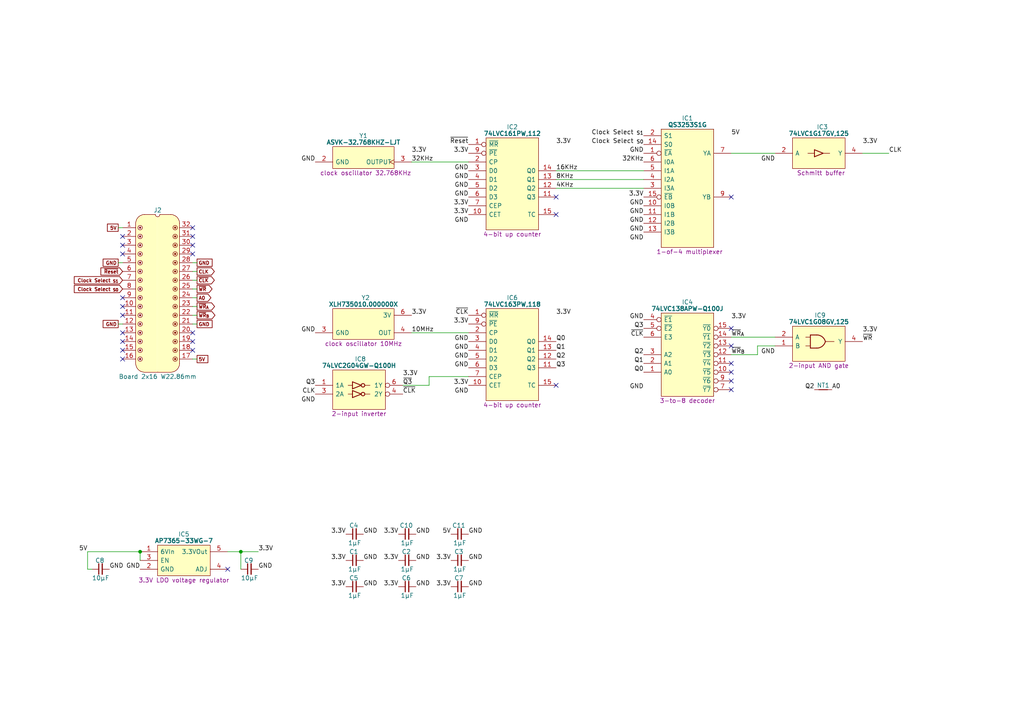
<source format=kicad_sch>
(kicad_sch (version 20250114) (generator "eeschema") (generator_version "9.0")
  (paper "A4")
  (title_block (title "Audio Clock") (date "2023-10-07") (rev "V0"))
  (lib_symbols
    (symbol "ABRACON:ASVK-32.768KHZ-LJT" (pin_names (offset 0.762))
      (property "Reference" "Y" (at 13.97 5.08 0))
      (property "Value" "ASVK-32.768KHZ-LJT" (at 13.97 3.175 0))
      (property "Description" "clock oscillator 32.768KHz" (at 14.605 -5.715 0))
      (symbol "ASVK-32.768KHZ-LJT_0_0"
        (pin no_connect line (at 0 0 0) (length 5.08) (hide yes) (name "N.C.") (number "1"))
        (pin passive line (at 0 -2.54 0) (length 5.08) (name "GND") (number "2"))
        (pin passive line (at 27.94 0 180) (length 5.08) (hide yes) (name "3V") (number "4"))
        (pin output clock (at 27.94 -2.54 180) (length 5.08) (name "OUTPUT") (number "3"))
      )
      (symbol "ASVK-32.768KHZ-LJT_0_1"
        (polyline (pts (xy 5.08 1.905) (xy 22.86 1.905) (xy 22.86 -4.445) (xy 5.08 -4.445) (xy 5.08 1.905)) (stroke (width 0.1524)) (fill (type background)))
      )
    )
    (symbol "Diodes_Inc:AP7365-33WG-7" (pin_names (offset 0.762))
      (property "Reference" "IC" (at 12.7 5.08 0))
      (property "Value" "AP7365-33WG-7" (at 12.7 3.175 0))
      (property "Description" "3.3V LDO voltage regulator" (at 12.7 -8.255 0))
      (symbol "AP7365-33WG-7_0_0"
        (pin input line (at 0 -2.54 0) (length 5.08) (name "EN") (number "3"))
        (pin passive line (at 0 -5.08 0) (length 5.08) (name "GND") (number "2"))
        (pin passive line (at 25.4 -5.08 180) (length 5.08) (name "ADJ") (number "4"))
      )
      (symbol "AP7365-33WG-7_0_1"
        (polyline (pts (xy 5.08 1.905) (xy 20.32 1.905) (xy 20.32 -6.985) (xy 5.08 -6.985) (xy 5.08 1.905)) (fill (type background)))
      )
      (symbol "AP7365-33WG-7_1_0"
        (pin passive line (at 0 0 0) (length 5.08) (name "6VIn") (number "1"))
        (pin passive line (at 25.4 0 180) (length 5.08) (name "3.3VOut") (number "5"))
      )
    )
    (symbol "HCP65:Board_02x16_W22.86mm" (pin_names (offset 1.016) (hide yes))
      (property "Reference" "J" (at 0 5.08 0))
      (property "Value" "Board 2x16 W22.86mm" (at 0 -43.18 0))
      (symbol "Board_02x16_W22.86mm_0_1"
        (polyline (pts (xy -6.35 1.27) (xy -6.35 -39.37)))
        (arc (start -3.8102 -41.9098) (mid -5.6063 -41.1659) (end -6.3502 -39.3698))
        (arc (start -6.35 1.27) (mid -5.6061 3.0661) (end -3.81 3.81))
        (polyline (pts (xy -3.81 3.81) (xy -0.635 3.81)))
        (arc (start 0.635 3.81) (mid 0 3.175) (end -0.635 3.81))
        (polyline (pts (xy 0.635 3.81) (xy 3.81 3.81)))
        (polyline (pts (xy 3.8098 -41.9098) (xy -3.81 -41.91)))
        (arc (start 3.81 3.81) (mid 5.6061 3.0661) (end 6.35 1.27))
        (arc (start 6.3498 -39.3698) (mid 5.6059 -41.1659) (end 3.8098 -41.9098))
        (polyline (pts (xy 6.35 -39.37) (xy 6.35 1.27)))
      )
      (symbol "Board_02x16_W22.86mm_1_1"
        (polyline (pts (xy -6.35 1.27) (xy -6.096 2.286) (xy -5.588 3.048) (xy -4.826 3.556) (xy -4.064 3.81) (xy -0.762 3.81) (xy -0.508 3.302) (xy 0 3.048) (xy 0 -41.91) (xy -3.81 -41.91) (xy -4.826 -41.656) (xy -5.588 -41.148) (xy -6.096 -40.386) (xy -6.35 -39.37) (xy -6.35 1.27)) (stroke (width -0.0001)) (fill (type background)))
        (circle (center -5.08 0) (radius 0.0001) (stroke (width 0.3)))
        (circle (center -5.08 0) (radius 0.635) (fill (type color) (color 255 255 255 1)))
        (circle (center -5.08 -2.54) (radius 0.0001) (stroke (width 0.3)))
        (circle (center -5.08 -2.54) (radius 0.635) (fill (type color) (color 255 255 255 1)))
        (circle (center -5.08 -5.08) (radius 0.0001) (stroke (width 0.3)))
        (circle (center -5.08 -5.08) (radius 0.635) (fill (type color) (color 255 255 255 1)))
        (circle (center -5.08 -7.62) (radius 0.0001) (stroke (width 0.3)))
        (circle (center -5.08 -7.62) (radius 0.635) (fill (type color) (color 255 255 255 1)))
        (circle (center -5.08 -10.16) (radius 0.0001) (stroke (width 0.3)))
        (circle (center -5.08 -10.16) (radius 0.635) (fill (type color) (color 255 255 255 1)))
        (circle (center -5.08 -12.7) (radius 0.0001) (stroke (width 0.3)))
        (circle (center -5.08 -12.7) (radius 0.635) (fill (type color) (color 255 255 255 1)))
        (circle (center -5.08 -15.24) (radius 0.0001) (stroke (width 0.3)))
        (circle (center -5.08 -15.24) (radius 0.635) (fill (type color) (color 255 255 255 1)))
        (circle (center -5.08 -17.78) (radius 0.0001) (stroke (width 0.3)))
        (circle (center -5.08 -17.78) (radius 0.635) (fill (type color) (color 255 255 255 1)))
        (circle (center -5.08 -20.32) (radius 0.0001) (stroke (width 0.3)))
        (circle (center -5.08 -20.32) (radius 0.635) (fill (type color) (color 255 255 255 1)))
        (circle (center -5.08 -22.86) (radius 0.0001) (stroke (width 0.3)))
        (circle (center -5.08 -22.86) (radius 0.635) (fill (type color) (color 255 255 255 1)))
        (circle (center -5.08 -25.4) (radius 0.0001) (stroke (width 0.3)))
        (circle (center -5.08 -25.4) (radius 0.635) (fill (type color) (color 255 255 255 1)))
        (circle (center -5.08 -27.94) (radius 0.0001) (stroke (width 0.3)))
        (circle (center -5.08 -27.94) (radius 0.635) (fill (type color) (color 255 255 255 1)))
        (circle (center -5.08 -30.48) (radius 0.0001) (stroke (width 0.3)))
        (circle (center -5.08 -30.48) (radius 0.635) (fill (type color) (color 255 255 255 1)))
        (circle (center -5.08 -33.02) (radius 0.0001) (stroke (width 0.3)))
        (circle (center -5.08 -33.02) (radius 0.635) (fill (type color) (color 255 255 255 1)))
        (circle (center -5.08 -35.56) (radius 0.0001) (stroke (width 0.3)))
        (circle (center -5.08 -35.56) (radius 0.635) (fill (type color) (color 255 255 255 1)))
        (circle (center -5.08 -38.1) (radius 0.0001) (stroke (width 0.3)))
        (circle (center -5.08 -38.1) (radius 0.635) (fill (type color) (color 255 255 255 1)))
        (circle (center 5.08 0) (radius 0.0001) (stroke (width 0.3)))
        (circle (center 5.08 0) (radius 0.635) (fill (type color) (color 255 255 255 1)))
        (circle (center 5.08 -2.54) (radius 0.0001) (stroke (width 0.3)))
        (circle (center 5.08 -2.54) (radius 0.635) (fill (type color) (color 255 255 255 1)))
        (circle (center 5.08 -5.08) (radius 0.0001) (stroke (width 0.3)))
        (circle (center 5.08 -5.08) (radius 0.635) (fill (type color) (color 255 255 255 1)))
        (circle (center 5.08 -7.62) (radius 0.0001) (stroke (width 0.3)))
        (circle (center 5.08 -7.62) (radius 0.635) (fill (type color) (color 255 255 255 1)))
        (circle (center 5.08 -10.16) (radius 0.0001) (stroke (width 0.3)))
        (circle (center 5.08 -10.16) (radius 0.635) (fill (type color) (color 255 255 255 1)))
        (circle (center 5.08 -12.7) (radius 0.0001) (stroke (width 0.3)))
        (circle (center 5.08 -12.7) (radius 0.635) (fill (type color) (color 255 255 255 1)))
        (circle (center 5.08 -15.24) (radius 0.0001) (stroke (width 0.3)))
        (circle (center 5.08 -15.24) (radius 0.635) (fill (type color) (color 255 255 255 1)))
        (circle (center 5.08 -17.78) (radius 0.0001) (stroke (width 0.3)))
        (circle (center 5.08 -17.78) (radius 0.635) (fill (type color) (color 255 255 255 1)))
        (circle (center 5.08 -20.32) (radius 0.0001) (stroke (width 0.3)))
        (circle (center 5.08 -20.32) (radius 0.635) (fill (type color) (color 255 255 255 1)))
        (circle (center 5.08 -22.86) (radius 0.0001) (stroke (width 0.3)))
        (circle (center 5.08 -22.86) (radius 0.635) (fill (type color) (color 255 255 255 1)))
        (circle (center 5.08 -25.4) (radius 0.0001) (stroke (width 0.3)))
        (circle (center 5.08 -25.4) (radius 0.635) (fill (type color) (color 255 255 255 1)))
        (circle (center 5.08 -27.94) (radius 0.0001) (stroke (width 0.3)))
        (circle (center 5.08 -27.94) (radius 0.635) (fill (type color) (color 255 255 255 1)))
        (circle (center 5.08 -30.48) (radius 0.0001) (stroke (width 0.3)))
        (circle (center 5.08 -30.48) (radius 0.635) (fill (type color) (color 255 255 255 1)))
        (circle (center 5.08 -33.02) (radius 0.0001) (stroke (width 0.3)))
        (circle (center 5.08 -33.02) (radius 0.635) (fill (type color) (color 255 255 255 1)))
        (circle (center 5.08 -35.56) (radius 0.0001) (stroke (width 0.3)))
        (circle (center 5.08 -35.56) (radius 0.635) (fill (type color) (color 255 255 255 1)))
        (circle (center 5.08 -38.1) (radius 0.0001) (stroke (width 0.3)))
        (circle (center 5.08 -38.1) (radius 0.635) (fill (type color) (color 255 255 255 1)))
        (polyline (pts (xy 6.35 1.27) (xy 6.096 2.286) (xy 5.588 3.048) (xy 4.826 3.556) (xy 4.064 3.81) (xy 0.762 3.81) (xy 0.508 3.302) (xy 0 3.048) (xy 0 -41.91) (xy 3.81 -41.91) (xy 4.826 -41.656) (xy 5.588 -41.148) (xy 6.096 -40.386) (xy 6.35 -39.37) (xy 6.35 1.27)) (stroke (width -0.0001)) (fill (type background)))
        (pin passive line (at -10.16 0 0) (length 3.81) (name "") (number "1"))
        (pin passive line (at -10.16 -2.54 0) (length 3.81) (name "") (number "2"))
        (pin passive line (at -10.16 -5.08 0) (length 3.81) (name "") (number "3"))
        (pin passive line (at -10.16 -7.62 0) (length 3.81) (name "") (number "4"))
        (pin passive line (at -10.16 -10.16 0) (length 3.81) (name "") (number "5"))
        (pin passive line (at -10.16 -12.7 0) (length 3.81) (name "") (number "6"))
        (pin passive line (at -10.16 -15.24 0) (length 3.81) (name "") (number "7"))
        (pin passive line (at -10.16 -17.78 0) (length 3.81) (name "") (number "8"))
        (pin passive line (at -10.16 -20.32 0) (length 3.81) (name "") (number "9"))
        (pin passive line (at -10.16 -22.86 0) (length 3.81) (name "") (number "10"))
        (pin passive line (at -10.16 -25.4 0) (length 3.81) (name "") (number "11"))
        (pin passive line (at -10.16 -27.94 0) (length 3.81) (name "") (number "12"))
        (pin passive line (at -10.16 -30.48 0) (length 3.81) (name "") (number "13"))
        (pin passive line (at -10.16 -33.02 0) (length 3.81) (name "") (number "14"))
        (pin passive line (at -10.16 -35.56 0) (length 3.81) (name "") (number "15"))
        (pin passive line (at -10.16 -38.1 0) (length 3.81) (name "") (number "16"))
        (pin passive line (at 10.16 0 180) (length 3.81) (name "") (number "32"))
        (pin passive line (at 10.16 -2.54 180) (length 3.81) (name "") (number "31"))
        (pin passive line (at 10.16 -5.08 180) (length 3.81) (name "") (number "30"))
        (pin passive line (at 10.16 -7.62 180) (length 3.81) (name "") (number "29"))
        (pin passive line (at 10.16 -10.16 180) (length 3.81) (name "") (number "28"))
        (pin passive line (at 10.16 -12.7 180) (length 3.81) (name "") (number "27"))
        (pin passive line (at 10.16 -15.24 180) (length 3.81) (name "") (number "26"))
        (pin passive line (at 10.16 -17.78 180) (length 3.81) (name "") (number "25"))
        (pin passive line (at 10.16 -20.32 180) (length 3.81) (name "") (number "24"))
        (pin passive line (at 10.16 -22.86 180) (length 3.81) (name "") (number "23"))
        (pin passive line (at 10.16 -25.4 180) (length 3.81) (name "") (number "22"))
        (pin passive line (at 10.16 -27.94 180) (length 3.81) (name "") (number "21"))
        (pin passive line (at 10.16 -30.48 180) (length 3.81) (name "") (number "20"))
        (pin passive line (at 10.16 -33.02 180) (length 3.81) (name "") (number "19"))
        (pin passive line (at 10.16 -35.56 180) (length 3.81) (name "") (number "18"))
        (pin passive line (at 10.16 -38.1 180) (length 3.81) (name "") (number "17"))
      )
    )
    (symbol "HCP65:C_0805" (pin_numbers (hide yes)) (pin_names (offset 0.254) (hide yes))
      (property "Reference" "C" (at 2.286 2.54 0))
      (property "Value" "?μF" (at 2.54 -2.54 0))
      (symbol "C_0805_0_1"
        (polyline (pts (xy 1.9685 -1.4605) (xy 1.9685 1.5875)) (stroke (width 0.3048)))
        (polyline (pts (xy 2.9845 -1.4605) (xy 2.9845 1.5875)) (stroke (width 0.3302)))
      )
      (symbol "C_0805_1_1"
        (pin passive line (at 0 0 0) (length 2.032) (name "~") (number "1"))
        (pin passive line (at 5.08 0 180) (length 2.032) (name "~") (number "2"))
      )
    )
    (symbol "HCP65:NetTie" (pin_numbers (hide yes)) (pin_names (hide yes))
      (property "Reference" "NT" (at 2.54 1.27 0))
      (symbol "NetTie_0_1"
        (polyline (pts (xy 1.27 0) (xy 3.81 0)) (stroke (width 0.254)))
      )
      (symbol "NetTie_1_1"
        (pin passive line (at 0 0 0) (length 2.54) (name "1") (number "1"))
        (pin passive line (at 5.08 0 180) (length 2.54) (name "2") (number "2"))
      )
    )
    (symbol "Nexperia:74LVC138APW-Q100J" (pin_names (offset 0.762))
      (property "Reference" "IC" (at 12.7 3.175 0))
      (property "Value" "74LVC138APW-Q100J" (at 12.7 1.27 0))
      (property "Description" "3-to-8 decoder" (at 12.7 -25.4 0))
      (symbol "74LVC138APW-Q100J_0_0"
        (pin input line (at 0 -6.985 0) (length 5.08) (name "E3") (number "6"))
        (pin input line (at 0 -12.065 0) (length 5.08) (name "A2") (number "3"))
        (pin input line (at 0 -14.605 0) (length 5.08) (name "A1") (number "2"))
        (pin input line (at 0 -17.145 0) (length 5.08) (name "A0") (number "1"))
        (pin passive line (at 0 -22.225 0) (length 5.08) (hide yes) (name "GND") (number "8"))
        (pin passive line (at 25.4 -1.905 180) (length 5.08) (hide yes) (name "3V") (number "16"))
        (pin output inverted (at 25.4 -4.445 180) (length 5.08) (name "~{Y0}") (number "15"))
        (pin output inverted (at 25.4 -6.985 180) (length 5.08) (name "~{Y1}") (number "14"))
        (pin output inverted (at 25.4 -9.525 180) (length 5.08) (name "~{Y2}") (number "13"))
        (pin output inverted (at 25.4 -12.065 180) (length 5.08) (name "~{Y3}") (number "12"))
        (pin output inverted (at 25.4 -14.605 180) (length 5.08) (name "~{Y4}") (number "11"))
        (pin output inverted (at 25.4 -17.145 180) (length 5.08) (name "~{Y5}") (number "10"))
        (pin output inverted (at 25.4 -19.685 180) (length 5.08) (name "~{Y6}") (number "9"))
        (pin output inverted (at 25.4 -22.225 180) (length 5.08) (name "~{Y7}") (number "7"))
      )
      (symbol "74LVC138APW-Q100J_0_1"
        (polyline (pts (xy 5.08 0) (xy 20.32 0) (xy 20.32 -24.13) (xy 5.08 -24.13) (xy 5.08 0)) (stroke (width 0.1524)) (fill (type background)))
      )
      (symbol "74LVC138APW-Q100J_1_0"
        (pin input inverted (at 0 -1.905 0) (length 5.08) (name "~{E1}") (number "4"))
        (pin input inverted (at 0 -4.445 0) (length 5.08) (name "~{E2}") (number "5"))
      )
    )
    (symbol "Nexperia:74LVC161PW,112" (pin_names (offset 0.762))
      (property "Reference" "IC" (at 12.7 5.08 0))
      (property "Value" "74LVC161PW,112" (at 12.7 3.175 0))
      (property "Description" "4-bit up counter" (at 12.7 -26.035 0))
      (symbol "74LVC161PW,112_0_0"
        (pin input inverted (at 0 0 0) (length 5.08) (name "~{MR}") (number "1"))
        (pin input inverted (at 0 -2.54 0) (length 5.08) (name "~{PE}") (number "9"))
        (pin input line (at 0 -5.08 0) (length 5.08) (name "CP") (number "2"))
        (pin input line (at 0 -7.62 0) (length 5.08) (name "D0") (number "3"))
        (pin input line (at 0 -10.16 0) (length 5.08) (name "D1") (number "4"))
        (pin input line (at 0 -12.7 0) (length 5.08) (name "D2") (number "5"))
        (pin input line (at 0 -15.24 0) (length 5.08) (name "D3") (number "6"))
        (pin input line (at 0 -17.78 0) (length 5.08) (name "CEP") (number "7"))
        (pin input line (at 0 -20.32 0) (length 5.08) (name "CET") (number "10"))
        (pin passive line (at 0 -22.86 0) (length 5.08) (hide yes) (name "GND") (number "8"))
        (pin passive line (at 25.4 0 180) (length 5.08) (hide yes) (name "3V") (number "16"))
        (pin output line (at 25.4 -7.62 180) (length 5.08) (name "Q0") (number "14"))
        (pin output line (at 25.4 -10.16 180) (length 5.08) (name "Q1") (number "13"))
        (pin output line (at 25.4 -12.7 180) (length 5.08) (name "Q2") (number "12"))
        (pin output line (at 25.4 -15.24 180) (length 5.08) (name "Q3") (number "11"))
        (pin output line (at 25.4 -20.32 180) (length 5.08) (name "TC") (number "15"))
      )
      (symbol "74LVC161PW,112_0_1"
        (polyline (pts (xy 5.08 1.905) (xy 20.32 1.905) (xy 20.32 -24.765) (xy 5.08 -24.765) (xy 5.08 1.905)) (stroke (width 0.1524)) (fill (type background)))
      )
    )
    (symbol "Nexperia:74LVC163PW,118" (pin_names (offset 0.762))
      (property "Reference" "IC" (at 12.7 5.08 0))
      (property "Value" "74LVC163PW,118" (at 12.7 3.175 0))
      (property "Description" "4-bit up counter" (at 12.7 -26.035 0))
      (symbol "74LVC163PW,118_0_0"
        (pin input inverted (at 0 0 0) (length 5.08) (name "~{MR}") (number "1"))
        (pin input inverted (at 0 -2.54 0) (length 5.08) (name "~{PE}") (number "9"))
        (pin input line (at 0 -5.08 0) (length 5.08) (name "CP") (number "2"))
        (pin input line (at 0 -7.62 0) (length 5.08) (name "D0") (number "3"))
        (pin input line (at 0 -10.16 0) (length 5.08) (name "D1") (number "4"))
        (pin input line (at 0 -12.7 0) (length 5.08) (name "D2") (number "5"))
        (pin input line (at 0 -15.24 0) (length 5.08) (name "D3") (number "6"))
        (pin input line (at 0 -17.78 0) (length 5.08) (name "CEP") (number "7"))
        (pin input line (at 0 -20.32 0) (length 5.08) (name "CET") (number "10"))
        (pin passive line (at 0 -22.86 0) (length 5.08) (hide yes) (name "GND") (number "8"))
        (pin passive line (at 25.4 0 180) (length 5.08) (hide yes) (name "3V") (number "16"))
        (pin output line (at 25.4 -7.62 180) (length 5.08) (name "Q0") (number "14"))
        (pin output line (at 25.4 -10.16 180) (length 5.08) (name "Q1") (number "13"))
        (pin output line (at 25.4 -12.7 180) (length 5.08) (name "Q2") (number "12"))
        (pin output line (at 25.4 -15.24 180) (length 5.08) (name "Q3") (number "11"))
        (pin output line (at 25.4 -20.32 180) (length 5.08) (name "TC") (number "15"))
      )
      (symbol "74LVC163PW,118_0_1"
        (polyline (pts (xy 5.08 1.905) (xy 20.32 1.905) (xy 20.32 -24.765) (xy 5.08 -24.765) (xy 5.08 1.905)) (stroke (width 0.1524)) (fill (type background)))
      )
    )
    (symbol "Nexperia:74LVC1G08GV,125" (pin_names (offset 0.762))
      (property "Reference" "IC" (at 11.43 6.35 0))
      (property "Value" "74LVC1G08GV,125" (at 12.7 4.445 0))
      (property "Description" "2-input AND gate" (at 12.7 -8.255 0))
      (symbol "74LVC1G08GV,125_0_0"
        (pin input line (at 0 0 0) (length 5.08) (name "A") (number "2"))
        (pin input line (at 0 -2.54 0) (length 5.08) (name "B") (number "1"))
        (pin passive line (at 0 -5.08 0) (length 5.08) (hide yes) (name "GND") (number "3"))
        (pin passive line (at 25.4 1.27 180) (length 5.08) (hide yes) (name "3V") (number "5"))
        (pin output line (at 25.4 -1.27 180) (length 5.08) (name "Y") (number "4"))
      )
      (symbol "74LVC1G08GV,125_0_1"
        (polyline (pts (xy 5.08 3.175) (xy 20.32 3.175) (xy 20.32 -6.985) (xy 5.08 -6.985) (xy 5.08 3.175)) (stroke (width 0.1524)) (fill (type background)))
        (polyline (pts (xy 8.89 0) (xy 10.1599 0)))
        (polyline (pts (xy 8.89 -2.54) (xy 10.1599 -2.54)))
        (polyline (pts (xy 10.248 0.635) (xy 10.248 -3.175)) (stroke (width 0.254)) (fill (type background)))
        (polyline (pts (xy 12.065 0.635) (xy 10.248 0.635)) (stroke (width 0.254)) (fill (type background)))
        (polyline (pts (xy 12.065 -3.175) (xy 10.248 -3.175)) (stroke (width 0.254)) (fill (type background)))
        (arc (start 14.605 -1.27) (mid 13.6635 -2.6605) (end 12.065 -3.175) (stroke (width 0.254)))
        (arc (start 12.065 0.635) (mid 13.6649 0.1222) (end 14.605 -1.27) (stroke (width 0.254)))
        (polyline (pts (xy 14.605 -1.27) (xy 17.145 -1.27)))
      )
    )
    (symbol "Nexperia:74LVC1G17GV,125" (pin_names (offset 0.762))
      (property "Reference" "IC" (at 12.7 7.62 0))
      (property "Value" "74LVC1G17GV,125" (at 12.7 5.715 0))
      (property "Description" "Schmitt buffer" (at 13.335 -5.715 0))
      (symbol "74LVC1G17GV,125_0_0"
        (pin no_connect line (at 0 2.54 0) (length 5.08) (hide yes) (name "n.c.") (number "1"))
        (pin input line (at 0 0 0) (length 5.08) (name "A") (number "2"))
        (pin passive line (at 0 -2.54 0) (length 5.08) (hide yes) (name "GND") (number "3"))
        (pin passive line (at 25.4 2.54 180) (length 5.08) (hide yes) (name "3V") (number "5"))
        (pin passive line (at 25.4 0 180) (length 5.08) (name "Y") (number "4"))
      )
      (symbol "74LVC1G17GV,125_0_1"
        (polyline (pts (xy 5.08 4.445) (xy 20.32 4.445) (xy 20.32 -4.445) (xy 5.08 -4.445) (xy 5.08 4.445)) (stroke (width 0.1524)) (fill (type background)))
        (polyline (pts (xy 9.525 0) (xy 11.43 0)))
        (rectangle (start 11.43 1.016) (end 11.43 -1.016) (stroke (width 0.254)) (fill (type background)))
        (polyline (pts (xy 11.43 -1.016) (xy 13.97 0) (xy 11.43 1.016)) (stroke (width 0.254)))
        (polyline (pts (xy 13.97 0) (xy 15.875 0)))
      )
    )
    (symbol "Nexperia:74LVC2G04GW-Q100H" (pin_names (offset 0.762))
      (property "Reference" "IC" (at 11.43 7.62 0))
      (property "Value" "74LVC2G04GW-Q100H" (at 12.7 5.715 0))
      (property "Description" "2-input inverter" (at 12.7 -8.255 0))
      (symbol "74LVC2G04GW-Q100H_0_0"
        (pin input line (at 0 0 0) (length 5.08) (name "1A") (number "1"))
        (pin input line (at 0 -2.54 0) (length 5.08) (name "2A") (number "3"))
        (pin passive line (at 0 -5.08 0) (length 5.08) (hide yes) (name "GND") (number "2"))
        (pin passive line (at 25.4 2.54 180) (length 5.08) (hide yes) (name "3V") (number "5"))
        (pin output inverted (at 25.4 0 180) (length 5.08) (name "1Y") (number "6"))
        (pin output inverted (at 25.4 -2.54 180) (length 5.08) (name "2Y") (number "4"))
      )
      (symbol "74LVC2G04GW-Q100H_0_1"
        (polyline (pts (xy 5.08 4.445) (xy 20.32 4.445) (xy 20.32 -6.985) (xy 5.08 -6.985) (xy 5.08 4.445)) (stroke (width 0.1524)) (fill (type background)))
        (polyline (pts (xy 9.525 0) (xy 10.7949 0)))
        (polyline (pts (xy 9.525 -2.54) (xy 10.7949 -2.54)))
        (rectangle (start 10.795 1.016) (end 10.795 -1.016) (stroke (width 0.254)) (fill (type background)))
        (polyline (pts (xy 10.795 -1.016) (xy 13.335 0) (xy 10.795 1.016)) (stroke (width 0.254)))
        (rectangle (start 10.795 -1.524) (end 10.795 -3.556) (stroke (width 0.254)) (fill (type background)))
        (polyline (pts (xy 10.795 -3.556) (xy 13.335 -2.54) (xy 10.795 -1.524)) (stroke (width 0.254)))
        (circle (center 13.843 0) (radius 0.508) (stroke (width 0.254)))
        (circle (center 13.843 -2.54) (radius 0.508) (stroke (width 0.254)))
        (polyline (pts (xy 14.351 0) (xy 15.875 0)))
        (polyline (pts (xy 14.351 -2.54) (xy 15.875 -2.54)))
      )
    )
    (symbol "Renesas:QS3253S1G" (pin_names (offset 0.762))
      (property "Reference" "IC" (at 12.7 5.08 0))
      (property "Value" "QS3253S1G" (at 12.7 3.175 0))
      (property "Description" "1-of-4 multiplexer" (at 13.335 -33.655 0))
      (symbol "QS3253S1G_0_0"
        (pin input line (at 0 0 0) (length 5.08) (name "S1") (number "2"))
        (pin input line (at 0 -2.54 0) (length 5.08) (name "S0") (number "14"))
        (pin input line (at 0 -7.62 0) (length 5.08) (name "I0A") (number "6"))
        (pin input line (at 0 -10.16 0) (length 5.08) (name "I1A") (number "5"))
        (pin input line (at 0 -12.7 0) (length 5.08) (name "I2A") (number "4"))
        (pin input line (at 0 -15.24 0) (length 5.08) (name "I3A") (number "3"))
        (pin input line (at 0 -20.32 0) (length 5.08) (name "I0B") (number "10"))
        (pin input line (at 0 -22.86 0) (length 5.08) (name "I1B") (number "11"))
        (pin input line (at 0 -25.4 0) (length 5.08) (name "I2B") (number "12"))
        (pin input line (at 0 -27.94 0) (length 5.08) (name "I3B") (number "13"))
        (pin output line (at 25.4 -5.08 180) (length 5.08) (name "YA") (number "7"))
        (pin output line (at 25.4 -17.78 180) (length 5.08) (name "YB") (number "9"))
      )
      (symbol "QS3253S1G_0_1"
        (polyline (pts (xy 5.08 1.905) (xy 20.32 1.905) (xy 20.32 -32.385) (xy 5.08 -32.385) (xy 5.08 1.905)) (stroke (width 0.1524)) (fill (type background)))
      )
      (symbol "QS3253S1G_1_0"
        (pin input inverted (at 0 -5.08 0) (length 5.08) (name "~{EA}") (number "1"))
        (pin input inverted (at 0 -17.78 0) (length 5.08) (name "~{EB}") (number "15"))
        (pin passive line (at 0 -30.48 0) (length 5.08) (hide yes) (name "GND") (number "8"))
        (pin passive line (at 25.4 0 180) (length 5.08) (hide yes) (name "5V") (number "16"))
      )
    )
    (symbol "Renesas:XLH735010.000000X" (pin_names (offset 0.762))
      (property "Reference" "Y" (at 14.605 5.08 0))
      (property "Value" "XLH735010.000000X" (at 13.97 3.175 0))
      (property "Description" "clock oscillator 10MHz" (at 13.97 -8.255 0))
      (symbol "XLH735010.000000X_0_0"
        (pin no_connect line (at 0 0 0) (length 5.08) (hide yes) (name "E/D") (number "1"))
        (pin no_connect line (at 0 -2.54 0) (length 5.08) (hide yes) (name "NC") (number "2"))
        (pin no_connect line (at 27.94 -2.54 180) (length 5.08) (hide yes) (name "OUT2") (number "5"))
        (pin output line (at 27.94 -5.08 180) (length 5.08) (name "OUT") (number "4"))
      )
      (symbol "XLH735010.000000X_0_1"
        (polyline (pts (xy 5.08 1.905) (xy 22.86 1.905) (xy 22.86 -6.985) (xy 5.08 -6.985) (xy 5.08 1.905)) (stroke (width 0.1524)) (fill (type background)))
      )
      (symbol "XLH735010.000000X_1_0"
        (pin passive line (at 0 -5.08 0) (length 5.08) (name "GND") (number "3"))
        (pin passive line (at 27.94 0 180) (length 5.08) (name "3V") (number "6"))
      )
    )
  )
  (junction (at 40.64 160.02))
  (junction (at 69.85 160.02))
  (no_connect (at 55.88 66.04))
  (no_connect (at 55.88 71.12))
  (no_connect (at 55.88 99.06))
  (no_connect (at 161.29 111.76))
  (no_connect (at 66.04 165.1))
  (no_connect (at 35.56 101.6))
  (no_connect (at 35.56 88.9))
  (no_connect (at 161.29 57.15))
  (no_connect (at 35.56 73.66))
  (no_connect (at 161.29 62.23))
  (no_connect (at 212.09 113.03))
  (no_connect (at 35.56 104.14))
  (no_connect (at 212.09 105.41))
  (no_connect (at 35.56 99.06))
  (no_connect (at 35.56 86.36))
  (no_connect (at 55.88 68.58))
  (no_connect (at 55.88 101.6))
  (no_connect (at 35.56 91.44))
  (no_connect (at 35.56 68.58))
  (no_connect (at 212.09 107.95))
  (no_connect (at 212.09 57.15))
  (no_connect (at 55.88 73.66))
  (no_connect (at 55.88 96.52))
  (no_connect (at 35.56 71.12))
  (no_connect (at 212.09 110.49))
  (no_connect (at 35.56 96.52))
  (no_connect (at 212.09 95.25))
  (no_connect (at 212.09 100.33))
  (wire (pts (xy 57.15 91.44) (xy 55.88 91.44)))
  (wire (pts (xy 119.38 96.52) (xy 135.89 96.52)))
  (wire (pts (xy 250.19 44.45) (xy 257.81 44.45)))
  (wire (pts (xy 69.85 165.1) (xy 69.85 160.02)))
  (wire (pts (xy 219.71 102.87) (xy 219.71 100.33)))
  (wire (pts (xy 34.29 93.98) (xy 35.56 93.98)))
  (wire (pts (xy 57.15 83.82) (xy 55.88 83.82)))
  (wire (pts (xy 124.46 109.22) (xy 124.46 111.76)))
  (wire (pts (xy 25.4 160.02) (xy 40.64 160.02)))
  (wire (pts (xy 57.15 86.36) (xy 55.88 86.36)))
  (wire (pts (xy 119.38 46.99) (xy 135.89 46.99)))
  (wire (pts (xy 40.64 160.02) (xy 40.64 162.56)))
  (wire (pts (xy 57.15 78.74) (xy 55.88 78.74)))
  (wire (pts (xy 57.15 81.28) (xy 55.88 81.28)))
  (wire (pts (xy 161.29 49.53) (xy 186.69 49.53)))
  (wire (pts (xy 34.29 66.04) (xy 35.56 66.04)))
  (wire (pts (xy 224.79 97.79) (xy 212.09 97.79)))
  (wire (pts (xy 57.15 76.2) (xy 55.88 76.2)))
  (wire (pts (xy 57.15 93.98) (xy 55.88 93.98)))
  (wire (pts (xy 124.46 109.22) (xy 135.89 109.22)))
  (wire (pts (xy 212.09 44.45) (xy 224.79 44.45)))
  (wire (pts (xy 66.04 160.02) (xy 69.85 160.02)))
  (wire (pts (xy 57.15 88.9) (xy 55.88 88.9)))
  (wire (pts (xy 57.15 104.14) (xy 55.88 104.14)))
  (wire (pts (xy 161.29 52.07) (xy 186.69 52.07)))
  (wire (pts (xy 161.29 54.61) (xy 186.69 54.61)))
  (wire (pts (xy 34.29 76.2) (xy 35.56 76.2)))
  (wire (pts (xy 25.4 160.02) (xy 25.4 165.1)))
  (wire (pts (xy 219.71 100.33) (xy 224.79 100.33)))
  (wire (pts (xy 212.09 102.87) (xy 219.71 102.87)))
  (wire (pts (xy 25.4 165.1) (xy 26.67 165.1)))
  (wire (pts (xy 116.84 111.76) (xy 124.46 111.76)))
  (wire (pts (xy 69.85 160.02) (xy 74.93 160.02)))
  (label "3.3V" (at 135.89 93.98 180))
  (label "GND" (at 186.69 67.31 180))
  (label "32KHz" (at 119.38 46.99 0))
  (label "CLK" (at 257.81 44.45 0))
  (label "GND" (at 135.89 114.3 180))
  (label "GND" (at 135.89 162.56 0))
  (label "~{Q3}" (at 116.84 111.76 0))
  (label "3.3V" (at 135.89 59.69 180))
  (label "GND" (at 135.89 49.53 180))
  (label "GND" (at 91.44 46.99 180))
  (label "Q3" (at 91.44 111.76 180))
  (label "3.3V" (at 186.69 57.15 180))
  (label "GND" (at 135.89 170.18 0))
  (label "GND" (at 74.93 165.1 0))
  (label "3.3V" (at 161.29 91.44 0))
  (label "32KHz" (at 186.69 46.99 180))
  (label "16KHz" (at 161.29 49.53 0))
  (label "3.3V" (at 115.57 154.94 180))
  (label "GND" (at 135.89 101.6 180))
  (label "GND" (at 186.69 59.69 180))
  (label "GND" (at 31.75 165.1 0))
  (label "5V" (at 25.4 160.02 180))
  (label "GND" (at 135.89 54.61 180))
  (label "GND" (at 135.89 99.06 180))
  (label "Q1" (at 186.69 105.41 180))
  (label "3.3V" (at 119.38 44.45 0))
  (label "GND" (at 120.65 170.18 0))
  (label "GND" (at 120.65 154.94 0))
  (label "3.3V" (at 250.19 41.91 0))
  (label "3.3V" (at 135.89 111.76 180))
  (label "3.3V" (at 100.33 170.18 180))
  (label "GND" (at 186.69 92.71 180))
  (label "Q3" (at 161.29 106.68 0))
  (label "4KHz" (at 161.29 54.61 0))
  (label "~{WR}_{B}" (at 212.09 102.87 0))
  (label "GND" (at 40.64 165.1 180))
  (label "3.3V" (at 250.19 96.52 0))
  (label "GND" (at 186.69 113.03 180))
  (label "5V" (at 130.81 154.94 180))
  (label "GND" (at 186.69 44.45 180))
  (label "CLK" (at 91.44 114.3 180))
  (label "3.3V" (at 161.29 41.91 0))
  (label "~{WR}" (at 250.19 99.06 0))
  (label "3.3V" (at 135.89 44.45 180))
  (label "~{CLK}" (at 135.89 91.44 180))
  (label "GND" (at 135.89 52.07 180))
  (label "Q0" (at 186.69 107.95 180))
  (label "3.3V" (at 116.84 109.22 0))
  (label "3.3V" (at 135.89 62.23 180))
  (label "GND" (at 135.89 106.68 180))
  (label "3.3V" (at 115.57 170.18 180))
  (label "GND" (at 224.79 102.87 180))
  (label "Clock Select _{S1}" (at 186.69 39.37 180))
  (label "Q2" (at 186.69 102.87 180))
  (label "Q2" (at 161.29 104.14 0))
  (label "GND" (at 135.89 104.14 180))
  (label "GND" (at 186.69 64.77 180))
  (label "3.3V" (at 130.81 162.56 180))
  (label "3.3V" (at 115.57 162.56 180))
  (label "Q2" (at 236.22 113.03 180))
  (label "Q3" (at 186.69 95.25 180))
  (label "GND" (at 105.41 162.56 0))
  (label "Q1" (at 161.29 101.6 0))
  (label "3.3V" (at 74.93 160.02 0))
  (label "GND" (at 91.44 116.84 180))
  (label "~{WR}_{A}" (at 212.09 97.79 0))
  (label "GND" (at 135.89 64.77 180))
  (label "Q0" (at 161.29 99.06 0))
  (label "GND" (at 105.41 154.94 0))
  (label "GND" (at 120.65 162.56 0))
  (label "3.3V" (at 100.33 154.94 180))
  (label "Clock Select _{S0}" (at 186.69 41.91 180))
  (label "3.3V" (at 119.38 91.44 0))
  (label "GND" (at 91.44 96.52 180))
  (label "GND" (at 135.89 57.15 180))
  (label "5V" (at 212.09 39.37 0))
  (label "A0" (at 241.3 113.03 0))
  (label "3.3V" (at 212.09 92.71 0))
  (label "3.3V" (at 100.33 162.56 180))
  (label "GND" (at 135.89 154.94 0))
  (label "GND" (at 186.69 69.85 180))
  (label "8KHz" (at 161.29 52.07 0))
  (label "~{Reset}" (at 135.89 41.91 180))
  (label "GND" (at 224.79 46.99 180))
  (label "~{CLK}" (at 116.84 114.3 0))
  (label "3.3V" (at 130.81 170.18 180))
  (label "10MHz" (at 119.38 96.52 0))
  (label "GND" (at 105.41 170.18 0))
  (label "GND" (at 186.69 62.23 180))
  (label "~{CLK}" (at 186.69 97.79 180))
  (global_label "5V" (shape passive) (at 57.15 104.14 0) (effects (font (size 1 1) (thickness 0.2) (bold yes))) (property "Intersheetrefs" "${INTERSHEET_REFS}" (effects (hide yes))))
  (global_label "Clock Select _{S1}" (shape input) (at 35.56 81.28 180) (effects (font (size 1 1) (thickness 0.2) (bold yes))) (property "Intersheetrefs" "${INTERSHEET_REFS}" (effects (hide yes))))
  (global_label "GND" (shape passive) (at 57.15 93.98 0) (effects (font (size 1 1) (thickness 0.2) (bold yes))) (property "Intersheetrefs" "${INTERSHEET_REFS}" (effects (hide yes))))
  (global_label "~{Reset}" (shape input) (at 35.56 78.74 180) (effects (font (size 1 1) (thickness 0.2) (bold yes))) (property "Intersheetrefs" "${INTERSHEET_REFS}" (effects (hide yes))))
  (global_label "~{WR}_{B}" (shape output) (at 57.15 91.44 0) (effects (font (size 1 1) (thickness 0.2) (bold yes))) (property "Intersheetrefs" "${INTERSHEET_REFS}" (effects (hide yes))))
  (global_label "5V" (shape passive) (at 34.29 66.04 180) (effects (font (size 1 1) (thickness 0.2) (bold yes))) (property "Intersheetrefs" "${INTERSHEET_REFS}" (effects (hide yes))))
  (global_label "A0" (shape output) (at 57.15 86.36 0) (effects (font (size 1 1) (thickness 0.2) (bold yes))) (property "Intersheetrefs" "${INTERSHEET_REFS}" (effects (hide yes))))
  (global_label "Clock Select _{S0}" (shape input) (at 35.56 83.82 180) (effects (font (size 1 1) (thickness 0.2) (bold yes))) (property "Intersheetrefs" "${INTERSHEET_REFS}" (effects (hide yes))))
  (global_label "GND" (shape passive) (at 57.15 76.2 0) (effects (font (size 1 1) (thickness 0.2) (bold yes))) (property "Intersheetrefs" "${INTERSHEET_REFS}" (effects (hide yes))))
  (global_label "GND" (shape passive) (at 34.29 93.98 180) (effects (font (size 1 1) (thickness 0.2) (bold yes))) (property "Intersheetrefs" "${INTERSHEET_REFS}" (effects (hide yes))))
  (global_label "~{WR}_{A}" (shape output) (at 57.15 88.9 0) (effects (font (size 1 1) (thickness 0.2) (bold yes))) (property "Intersheetrefs" "${INTERSHEET_REFS}" (effects (hide yes))))
  (global_label "CLK" (shape output) (at 57.15 78.74 0) (effects (font (size 1 1) (thickness 0.2) (bold yes))) (property "Intersheetrefs" "${INTERSHEET_REFS}" (effects (hide yes))))
  (global_label "~{WR}" (shape output) (at 57.15 83.82 0) (effects (font (size 1 1) (thickness 0.2) (bold yes))) (property "Intersheetrefs" "${INTERSHEET_REFS}" (effects (hide yes))))
  (global_label "GND" (shape passive) (at 34.29 76.2 180) (effects (font (size 1 1) (thickness 0.2) (bold yes))) (property "Intersheetrefs" "${INTERSHEET_REFS}" (effects (hide yes))))
  (global_label "~{CLK}" (shape output) (at 57.15 81.28 0) (effects (font (size 1 1) (thickness 0.2) (bold yes))) (property "Intersheetrefs" "${INTERSHEET_REFS}" (effects (hide yes))))
  (symbol (lib_id "HCP65:C_0805") (at 130.81 170.18 0) (unit 1)
    (property "Reference" "C7" (at 133.096 167.64 0))
    (property "Value" "1μF" (at 133.35 172.72 0))
    (property "Footprint" "SamacSys_Parts:C_0805" (effects (hide yes)))
  )
  (symbol (lib_id "Nexperia:74LVC161PW,112") (at 135.89 41.91 0) (unit 1)
    (property "Reference" "IC2" (at 148.59 36.83 0))
    (property "Value" "74LVC161PW,112" (at 148.59 38.735 0) (effects (font (bold yes))))
    (property "Footprint" "SamacSys_Parts:SOP65P640X110-16N" (effects (hide yes)))
    (property "Datasheet" "https://assets.nexperia.com/documents/data-sheet/74LVC161.pdf" (effects (hide yes)))
    (property "Description" "4-bit up counter" (at 148.59 67.945 0))
    (property "Height" "1.1" (effects (hide yes)))
    (property "Mouser Part Number" "771-LVC161PW112" (effects (hide yes)))
    (property "Mouser Price/Stock" "https://www.mouser.co.uk/ProductDetail/Nexperia/74LVC161PW112?qs=me8TqzrmIYXBQ64YL7POQw%3D%3D" (effects (hide yes)))
    (property "Manufacturer_Name" "Nexperia" (effects (hide yes)))
    (property "Manufacturer_Part_Number" "74LVC161PW,112" (effects (hide yes)))
    (property "Silkscreen" "74LVC161" (effects (hide yes)))
    (property "Garbage" "74LVC161 - Presettable synchronous 4-bit binary counter; asynchronous reset@en-us" (effects (hide yes)))
  )
  (symbol (lib_id "Renesas:QS3253S1G") (at 186.69 39.37 0) (unit 1)
    (property "Reference" "IC1" (at 199.39 34.29 0))
    (property "Value" "QS3253S1G" (at 199.39 36.195 0) (effects (font (bold yes))))
    (property "Footprint" "SamacSys_Parts:SOIC127P602X173-16N" (effects (hide yes)))
    (property "Datasheet" "https://www.renesas.com/us/en/products/memory-logic/bus-switch/50v-quickswitch/qs3253-high-speed-cmos-quickswitch-dual-41-muxdemux" (effects (hide yes)))
    (property "Description" "1-of-4 multiplexer" (at 200.025 73.025 0))
    (property "Height" "1.727" (effects (hide yes)))
    (property "Manufacturer_Name" "Renesas Electronics" (effects (hide yes)))
    (property "Manufacturer_Part_Number" "QS3253S1G" (effects (hide yes)))
    (property "Silkscreen" "QS3253S" (effects (hide yes)))
    (property "Garbage" "High-Speed CMOS QuickSwitch Dual 4:1 Mux/Demux" (effects (hide yes)))
  )
  (symbol (lib_id "Nexperia:74LVC1G17GV,125") (at 224.79 44.45 0) (unit 1)
    (property "Reference" "IC3" (at 236.855 36.83 0) (effects (justify left)))
    (property "Value" "74LVC1G17GV,125" (at 237.49 38.735 0) (effects (font (bold yes))))
    (property "Footprint" "SamacSys_Parts:SOT95P275X110-5N" (effects (hide yes)))
    (property "Datasheet" "https://assets.nexperia.com/documents/data-sheet/74LVC1G17.pdf" (effects (hide yes)))
    (property "Description" "Schmitt buffer" (at 238.125 50.165 0))
    (property "Height" "1.1" (effects (hide yes)))
    (property "Manufacturer_Name" "Nexperia" (effects (hide yes)))
    (property "Manufacturer_Part_Number" "74LVC1G17GV,125" (effects (hide yes)))
    (property "Silkscreen" "'1G17" (effects (hide yes)))
  )
  (symbol (lib_id "HCP65:C_0805") (at 100.33 154.94 0) (unit 1)
    (property "Reference" "C4" (at 102.616 152.4 0))
    (property "Value" "1μF" (at 102.87 157.48 0))
    (property "Footprint" "SamacSys_Parts:C_0805" (effects (hide yes)))
  )
  (symbol (lib_id "HCP65:C_0805") (at 115.57 162.56 0) (unit 1)
    (property "Reference" "C2" (at 117.856 160.02 0))
    (property "Value" "1μF" (at 118.11 165.1 0))
    (property "Footprint" "SamacSys_Parts:C_0805" (effects (hide yes)))
  )
  (symbol (lib_id "Nexperia:74LVC1G08GV,125") (at 224.79 97.79 0) (unit 1)
    (property "Reference" "IC9" (at 236.22 91.44 0) (effects (justify left)))
    (property "Value" "74LVC1G08GV,125" (at 237.49 93.345 0) (effects (font (bold yes))))
    (property "Footprint" "SamacSys_Parts:SOT95P275X110-5N" (effects (hide yes)))
    (property "Datasheet" "https://assets.nexperia.com/documents/data-sheet/74LVC1G08.pdf" (effects (hide yes)))
    (property "Description" "2-input AND gate" (at 237.49 106.045 0))
    (property "Height" "1.1" (effects (hide yes)))
    (property "Manufacturer_Name" "Nexperia" (effects (hide yes)))
    (property "Manufacturer_Part_Number" "74LVC1G08GV,125" (effects (hide yes)))
    (property "Mouser Part Number" "771-74LVC1G08GV" (effects (hide yes)))
    (property "Mouser Price/Stock" "https://www.mouser.co.uk/ProductDetail/Nexperia/74LVC1G08GV125?qs=me8TqzrmIYXEnurJEPZc7A%3D%3D" (effects (hide yes)))
    (property "Arrow Part Number" "74LVC1G08GV,125" (effects (hide yes)))
    (property "Arrow Price/Stock" "https://www.arrow.com/en/products/74lvc1g08gv125/nexperia" (effects (hide yes)))
    (property "Silkscreen" "'1G08" (effects (hide yes)))
  )
  (symbol (lib_id "Nexperia:74LVC2G04GW-Q100H") (at 91.44 111.76 0) (unit 1)
    (property "Reference" "IC8" (at 102.87 104.14 0) (effects (justify left)))
    (property "Value" "74LVC2G04GW-Q100H" (at 104.14 106.045 0) (effects (font (bold yes))))
    (property "Footprint" "SamacSys_Parts:SOP65P210X110-6N" (effects (hide yes)))
    (property "Datasheet" "https://assets.nexperia.com/documents/data-sheet/74LVC2G04_Q100.pdf" (effects (hide yes)))
    (property "Description" "2-input inverter" (at 104.14 120.015 0))
    (property "Height" "1.1" (effects (hide yes)))
    (property "Manufacturer_Name" "Nexperia" (effects (hide yes)))
    (property "Manufacturer_Part_Number" "74LVC2G04GW-Q100H" (effects (hide yes)))
    (property "Mouser Part Number" "771-74LVC2G04GWQ100H" (effects (hide yes)))
    (property "Mouser Price/Stock" "https://www.mouser.co.uk/ProductDetail/Nexperia/74LVC2G04GW-Q100H?qs=Yna0arPQ0CQTXbBDVSrZqQ%3D%3D" (effects (hide yes)))
    (property "Silkscreen" "'2G04" (effects (hide yes)))
    (property "Garbage" "74LVC2G04-Q100 - Dual inverter@en-us" (effects (hide yes)))
  )
  (symbol (lib_id "ABRACON:ASVK-32.768KHZ-LJT") (at 91.44 44.45 0) (unit 1)
    (property "Reference" "Y1" (at 105.41 39.37 0))
    (property "Value" "ASVK-32.768KHZ-LJT" (at 105.41 41.275 0) (effects (font (bold yes))))
    (property "Footprint" "SamacSys_Parts:ASVK32768KHZLJT" (effects (hide yes)))
    (property "Datasheet" "https://abracon.com/Oscillators/ASVK.pdf" (effects (hide yes)))
    (property "Description" "clock oscillator 32.768KHz" (at 106.045 50.165 0))
    (property "Height" "1.8" (effects (hide yes)))
    (property "Manufacturer_Name" "ABRACON" (effects (hide yes)))
    (property "Manufacturer_Part_Number" "ASVK-32.768KHZ-LJT" (effects (hide yes)))
    (property "Mouser Part Number" "815-ASVK-32.768KLJT" (effects (hide yes)))
    (property "Mouser Price/Stock" "https://www.mouser.co.uk/ProductDetail/ABRACON/ASVK-32768KHZ-LJT?qs=76dmnhCH%2FMMInyJKv8KBIA%3D%3D" (effects (hide yes)))
    (property "Silkscreen" "ASVK32768" (effects (hide yes)))
    (property "Garbage" "32.768 kHz XO (Standard) HCMOS Oscillator 3.3V Enable/Disable 4-SMD, No Lead" (effects (hide yes)))
  )
  (symbol (lib_id "Nexperia:74LVC138APW-Q100J") (at 186.69 90.805 0) (unit 1)
    (property "Reference" "IC4" (at 199.39 87.63 0))
    (property "Value" "74LVC138APW-Q100J" (at 199.39 89.535 0) (effects (font (bold yes))))
    (property "Footprint" "SamacSys_Parts:SOP65P640X110-16N" (effects (hide yes)))
    (property "Datasheet" "https://assets.nexperia.com/documents/data-sheet/74LVC138A_Q100.pdf" (effects (hide yes)))
    (property "Description" "3-to-8 decoder" (at 199.39 116.205 0))
    (property "Height" "1.1" (effects (hide yes)))
    (property "Mouser Part Number" "771-74LVC138APWQ100J" (effects (hide yes)))
    (property "Mouser Price/Stock" "https://www.mouser.co.uk/ProductDetail/Nexperia/74LVC138APW-Q100J?qs=fi7yB2oewZnXKE82xo%252BhJQ%3D%3D" (effects (hide yes)))
    (property "Manufacturer_Name" "Nexperia" (effects (hide yes)))
    (property "Manufacturer_Part_Number" "74LVC138APW-Q100J" (effects (hide yes)))
    (property "Silkscreen" "74LVC138" (effects (hide yes)))
  )
  (symbol (lib_id "HCP65:C_0805") (at 115.57 170.18 0) (unit 1)
    (property "Reference" "C6" (at 117.856 167.64 0))
    (property "Value" "1μF" (at 118.11 172.72 0))
    (property "Footprint" "SamacSys_Parts:C_0805" (effects (hide yes)))
  )
  (symbol (lib_id "HCP65:C_0805") (at 26.67 165.1 0) (unit 1)
    (property "Reference" "C8" (at 28.956 162.56 0))
    (property "Value" "10µF" (at 26.67 167.64 0) (effects (justify left)))
    (property "Footprint" "SamacSys_Parts:C_0805" (effects (hide yes)))
  )
  (symbol (lib_id "HCP65:C_0805") (at 100.33 162.56 0) (unit 1)
    (property "Reference" "C1" (at 102.616 160.02 0))
    (property "Value" "1μF" (at 102.87 165.1 0))
    (property "Footprint" "SamacSys_Parts:C_0805" (effects (hide yes)))
  )
  (symbol (lib_id "Nexperia:74LVC163PW,118") (at 135.89 91.44 0) (unit 1)
    (property "Reference" "IC6" (at 148.59 86.36 0))
    (property "Value" "74LVC163PW,118" (at 148.59 88.265 0) (effects (font (bold yes))))
    (property "Footprint" "SamacSys_Parts:SOP65P640X110-16N" (effects (hide yes)))
    (property "Datasheet" "https://assets.nexperia.com/documents/data-sheet/74LVC163.pdf" (effects (hide yes)))
    (property "Description" "4-bit up counter" (at 148.59 117.475 0))
    (property "Height" "1.1" (effects (hide yes)))
    (property "Mouser Part Number" "771-74LVC163PW-T" (effects (hide yes)))
    (property "Mouser Price/Stock" "https://www.mouser.co.uk/ProductDetail/Nexperia/74LVC163PW118?qs=me8TqzrmIYUWRf9xrCNBjw%3D%3D" (effects (hide yes)))
    (property "Manufacturer_Name" "Nexperia" (effects (hide yes)))
    (property "Manufacturer_Part_Number" "74LVC163PW,118" (effects (hide yes)))
    (property "Silkscreen" "74LVC163" (effects (hide yes)))
    (property "Garbage" "74LVC163 - Presettable synchronous 4-bit binary counter; synchronous reset@en-us" (effects (hide yes)))
  )
  (symbol (lib_id "Diodes_Inc:AP7365-33WG-7") (at 40.64 160.02 0) (unit 1)
    (property "Reference" "IC5" (at 53.34 154.94 0))
    (property "Value" "AP7365-33WG-7" (at 53.34 156.845 0) (effects (font (bold yes))))
    (property "Footprint" "SamacSys_Parts:SOT95P285X130-5N" (effects (hide yes)))
    (property "Datasheet" "https://componentsearchengine.com/Datasheets/1/AP7365-33WG-7.pdf" (effects (hide yes)))
    (property "Description" "3.3V LDO voltage regulator" (at 53.34 168.275 0))
    (property "Height" "1.3" (effects (hide yes)))
    (property "Manufacturer_Name" "Diodes Inc." (effects (hide yes)))
    (property "Manufacturer_Part_Number" "AP7365-33WG-7" (effects (hide yes)))
    (property "Mouser Part Number" "621-AP7365-33WG-7" (effects (hide yes)))
    (property "Mouser Price/Stock" "https://www.mouser.co.uk/ProductDetail/Diodes-Incorporated/AP7365-33WG-7?qs=abZ1nkZpTuOZFvxvoFPL0w%3D%3D" (effects (hide yes)))
    (property "Arrow Part Number" "AP7365-33WG-7" (effects (hide yes)))
    (property "Arrow Price/Stock" "https://www.arrow.com/en/products/ap7365-33wg-7/diodes-incorporated?region=nac" (effects (hide yes)))
    (property "Silkscreen" "AP7365" (effects (hide yes)))
  )
  (symbol (lib_id "HCP65:C_0805") (at 69.85 165.1 0) (unit 1)
    (property "Reference" "C9" (at 72.136 162.56 0))
    (property "Value" "10µF" (at 69.85 167.64 0) (effects (justify left)))
    (property "Footprint" "SamacSys_Parts:C_0805" (effects (hide yes)))
  )
  (symbol (lib_id "HCP65:C_0805") (at 130.81 154.94 0) (unit 1)
    (property "Reference" "C11" (at 133.096 152.4 0))
    (property "Value" "1μF" (at 133.35 157.48 0))
    (property "Footprint" "SamacSys_Parts:C_0805" (effects (hide yes)))
  )
  (symbol (lib_id "HCP65:Board_02x16_W22.86mm") (at 45.72 66.04 0) (unit 1)
    (property "Reference" "J2" (at 45.72 60.96 0))
    (property "Value" "Board 2x16 W22.86mm" (at 45.72 109.22 0))
    (property "Footprint" "SamacSys_Parts:DIP-32_Board_W22.86mm" (effects (hide yes)))
  )
  (symbol (lib_id "HCP65:C_0805") (at 100.33 170.18 0) (unit 1)
    (property "Reference" "C5" (at 102.616 167.64 0))
    (property "Value" "1μF" (at 102.87 172.72 0))
    (property "Footprint" "SamacSys_Parts:C_0805" (effects (hide yes)))
  )
  (symbol (lib_id "HCP65:C_0805") (at 130.81 162.56 0) (unit 1)
    (property "Reference" "C3" (at 133.096 160.02 0))
    (property "Value" "1μF" (at 133.35 165.1 0))
    (property "Footprint" "SamacSys_Parts:C_0805" (effects (hide yes)))
  )
  (symbol (lib_id "HCP65:NetTie") (at 236.22 113.03 0) (unit 1)
    (property "Reference" "NT1" (at 238.76 111.76 0))
    (property "Value" "NetTie" (effects (hide yes)))
    (property "Footprint" "NetTie:NetTie-2_SMD_Pad0.5mm" (effects (hide yes)))
  )
  (symbol (lib_id "Renesas:XLH735010.000000X") (at 91.44 91.44 0) (unit 1)
    (property "Reference" "Y2" (at 106.045 86.36 0))
    (property "Value" "XLH735010.000000X" (at 105.41 88.265 0) (effects (font (bold yes))))
    (property "Footprint" "SamacSys_Parts:XLH735100000000I" (effects (hide yes)))
    (property "Datasheet" "https://www.mouser.co.za/datasheet/2/698/REN_XL_Crystal_Oscillators_Datasheet_DST_20220111-1954959.pdf" (effects (hide yes)))
    (property "Description" "clock oscillator 10MHz" (at 105.41 99.695 0))
    (property "Height" "1.45" (effects (hide yes)))
    (property "Manufacturer_Name" "IDT" (effects (hide yes)))
    (property "Manufacturer_Part_Number" "XLH735010.000000X" (effects (hide yes)))
    (property "Mouser Part Number" "972-XLH735010000000X" (effects (hide yes)))
    (property "Mouser Price/Stock" "https://www.mouser.com/Search/Refine.aspx?Keyword=972-XLH735010000000X" (effects (hide yes)))
    (property "Silkscreen" "XLH735010" (effects (hide yes)))
    (property "Garbage" "Standard Clock Oscillators 10 MHz, HCMOS 3.3V, 50 ppm" (effects (hide yes)))
  )
  (symbol (lib_id "HCP65:C_0805") (at 115.57 154.94 0) (unit 1)
    (property "Reference" "C10" (at 117.856 152.4 0))
    (property "Value" "1μF" (at 118.11 157.48 0))
    (property "Footprint" "SamacSys_Parts:C_0805" (effects (hide yes)))
  )
)
</source>
